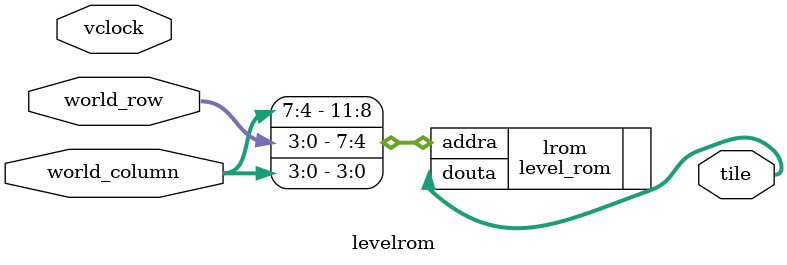
<source format=sv>
`timescale 1ns / 1ps


module levelrom(
    input wire vclock,
    input wire [7:0]world_column,
    input wire [3:0]world_row,
    output logic [5:0]tile);
   
    level_rom lrom(.addra({world_column[7:4],world_row, world_column[3:0]}), .douta(tile)); 
    
endmodule

</source>
